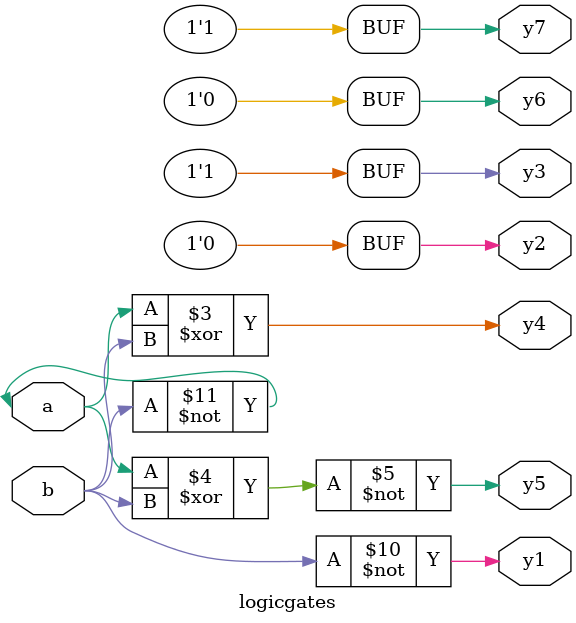
<source format=v>
module logicgates (a,b,y1,y2,y3,y4,y5,y6,y7);
  input a,b;
  output y1, y2, y3, y4, y5, y6, y7;
  
  not (y1,a,b);
  and (y2,a,b);
  or (y3,a,b);
  xor(y4,a,b);
  xnor(y5,a,b);
  nor(y6,a,b);
  nand(y7,a,b);
  
  endmodule 

</source>
